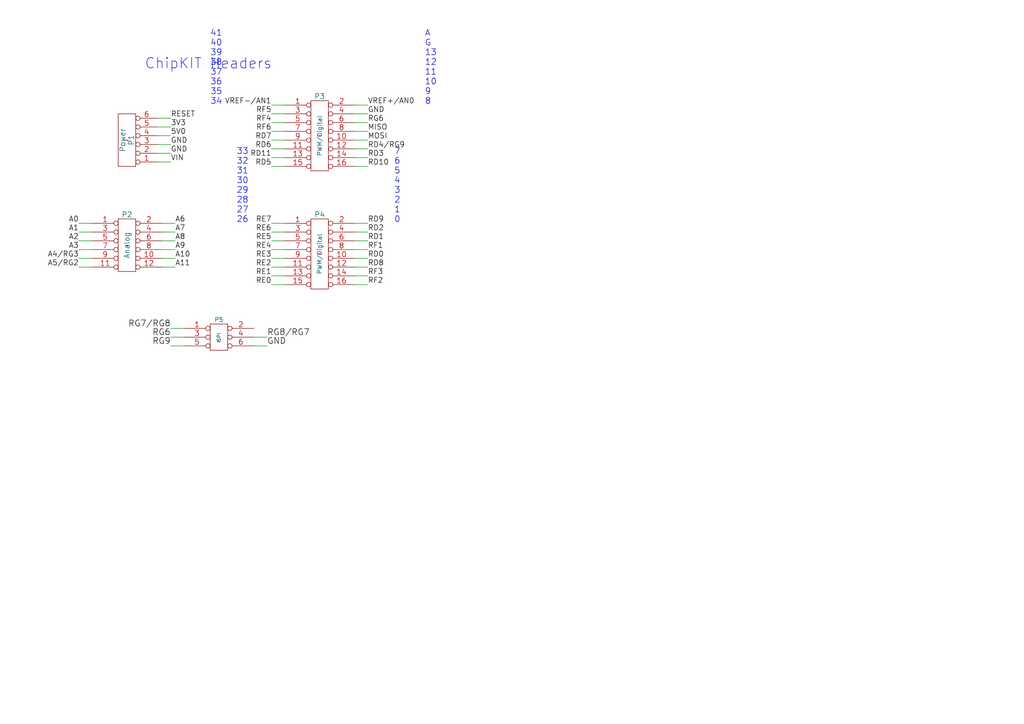
<source format=kicad_sch>
(kicad_sch (version 20230121) (generator eeschema)
  (paper "A4")
  (title_block (date "21 aug 2013"))
  (lib_symbols
    (symbol "Chipkit_Shield_uC-rescue:CONN_3X2" (pin_names (offset 1.016) hide)
      (property "Reference" "P" (at 0 6.35 0))
      (property "Value" "CONN_3X2" (at 0 1.27 90))
      (symbol "CONN_3X2_0_1"
        (rectangle (start -2.54 5.08) (end 2.54 -2.54))
      )
      (symbol "CONN_3X2_1_1"
        (pin passive inverted (at -10.16 3.81 0) (length 7.62) (name "1") (number "1"))
        (pin passive inverted (at 10.16 3.81 180) (length 7.62) (name "2") (number "2"))
        (pin passive inverted (at -10.16 1.27 0) (length 7.62) (name "3") (number "3"))
        (pin passive inverted (at 10.16 1.27 180) (length 7.62) (name "4") (number "4"))
        (pin passive inverted (at -10.16 -1.27 0) (length 7.62) (name "5") (number "5"))
        (pin passive inverted (at 10.16 -1.27 180) (length 7.62) (name "6") (number "6"))
      )
    )
    (symbol "Chipkit_Shield_uC-rescue:CONN_6" (pin_names (offset 0.762) hide)
      (property "Reference" "P" (at -1.27 0 90))
      (property "Value" "CONN_6" (at 1.27 0 90))
      (symbol "CONN_6_0_1"
        (rectangle (start -2.54 7.62) (end 2.54 -7.62))
      )
      (symbol "CONN_6_1_1"
        (pin passive inverted (at -8.89 6.35 0) (length 6.35) (name "1") (number "1"))
        (pin passive inverted (at -8.89 3.81 0) (length 6.35) (name "2") (number "2"))
        (pin passive inverted (at -8.89 1.27 0) (length 6.35) (name "3") (number "3"))
        (pin passive inverted (at -8.89 -1.27 0) (length 6.35) (name "4") (number "4"))
        (pin passive inverted (at -8.89 -3.81 0) (length 6.35) (name "5") (number "5"))
        (pin passive inverted (at -8.89 -6.35 0) (length 6.35) (name "6") (number "6"))
      )
    )
    (symbol "Chipkit_Shield_uC-rescue:CONN_6X2" (pin_names (offset 1.016) hide)
      (property "Reference" "P" (at 0 8.89 0))
      (property "Value" "CONN_6X2" (at 0 0 90))
      (symbol "CONN_6X2_0_1"
        (rectangle (start -2.54 7.62) (end 2.54 -7.62))
      )
      (symbol "CONN_6X2_1_1"
        (pin passive inverted (at -10.16 6.35 0) (length 7.62) (name "P1") (number "1"))
        (pin passive inverted (at 10.16 -3.81 180) (length 7.62) (name "10") (number "10"))
        (pin passive inverted (at -10.16 -6.35 0) (length 7.62) (name "11") (number "11"))
        (pin passive inverted (at 10.16 -6.35 180) (length 7.62) (name "12") (number "12"))
        (pin passive inverted (at 10.16 6.35 180) (length 7.62) (name "P2") (number "2"))
        (pin passive inverted (at -10.16 3.81 0) (length 7.62) (name "P3") (number "3"))
        (pin passive inverted (at 10.16 3.81 180) (length 7.62) (name "P4") (number "4"))
        (pin passive inverted (at -10.16 1.27 0) (length 7.62) (name "P5") (number "5"))
        (pin passive inverted (at 10.16 1.27 180) (length 7.62) (name "P6") (number "6"))
        (pin passive inverted (at -10.16 -1.27 0) (length 7.62) (name "P7") (number "7"))
        (pin passive inverted (at 10.16 -1.27 180) (length 7.62) (name "P8") (number "8"))
        (pin passive inverted (at -10.16 -3.81 0) (length 7.62) (name "9") (number "9"))
      )
    )
    (symbol "Chipkit_Shield_uC-rescue:CONN_8X2" (pin_names (offset 1.016))
      (property "Reference" "P" (at 0 11.43 0))
      (property "Value" "CONN_8X2" (at 0 0 90))
      (symbol "CONN_8X2_0_1"
        (rectangle (start -2.54 10.16) (end 2.54 -10.16))
      )
      (symbol "CONN_8X2_1_1"
        (pin passive inverted (at -10.16 8.89 0) (length 7.62) (name "~") (number "1"))
        (pin passive inverted (at 10.16 -1.27 180) (length 7.62) (name "~") (number "10"))
        (pin passive inverted (at -10.16 -3.81 0) (length 7.62) (name "~") (number "11"))
        (pin passive inverted (at 10.16 -3.81 180) (length 7.62) (name "~") (number "12"))
        (pin passive inverted (at -10.16 -6.35 0) (length 7.62) (name "~") (number "13"))
        (pin passive inverted (at 10.16 -6.35 180) (length 7.62) (name "~") (number "14"))
        (pin passive inverted (at -10.16 -8.89 0) (length 7.62) (name "~") (number "15"))
        (pin passive inverted (at 10.16 -8.89 180) (length 7.62) (name "~") (number "16"))
        (pin passive inverted (at 10.16 8.89 180) (length 7.62) (name "~") (number "2"))
        (pin passive inverted (at -10.16 6.35 0) (length 7.62) (name "~") (number "3"))
        (pin passive inverted (at 10.16 6.35 180) (length 7.62) (name "~") (number "4"))
        (pin passive inverted (at -10.16 3.81 0) (length 7.62) (name "~") (number "5"))
        (pin passive inverted (at 10.16 3.81 180) (length 7.62) (name "~") (number "6"))
        (pin passive inverted (at -10.16 1.27 0) (length 7.62) (name "~") (number "7"))
        (pin passive inverted (at 10.16 1.27 180) (length 7.62) (name "~") (number "8"))
        (pin passive inverted (at -10.16 -1.27 0) (length 7.62) (name "~") (number "9"))
      )
    )
  )
  (wire (pts (xy 77.47 97.79) (xy 73.66 97.79)))
  (wire (pts (xy 82.55 45.72) (xy 78.74 45.72)))
  (wire (pts (xy 78.74 74.93) (xy 82.55 74.93)))
  (wire (pts (xy 102.87 38.1) (xy 106.68 38.1)))
  (wire (pts (xy 78.74 80.01) (xy 82.55 80.01)))
  (wire (pts (xy 45.72 44.45) (xy 49.53 44.45)))
  (wire (pts (xy 82.55 82.55) (xy 78.74 82.55)))
  (wire (pts (xy 26.67 69.85) (xy 22.86 69.85)))
  (wire (pts (xy 78.74 48.26) (xy 82.55 48.26)))
  (wire (pts (xy 49.53 36.83) (xy 45.72 36.83)))
  (wire (pts (xy 78.74 38.1) (xy 82.55 38.1)))
  (wire (pts (xy 53.34 95.25) (xy 49.53 95.25)))
  (wire (pts (xy 106.68 30.48) (xy 102.87 30.48)))
  (wire (pts (xy 22.86 67.31) (xy 26.67 67.31)))
  (wire (pts (xy 106.68 69.85) (xy 102.87 69.85)))
  (wire (pts (xy 102.87 48.26) (xy 106.68 48.26)))
  (wire (pts (xy 82.55 30.48) (xy 78.74 30.48)))
  (wire (pts (xy 106.68 35.56) (xy 102.87 35.56)))
  (wire (pts (xy 102.87 43.18) (xy 106.68 43.18)))
  (wire (pts (xy 82.55 35.56) (xy 78.74 35.56)))
  (wire (pts (xy 102.87 72.39) (xy 106.68 72.39)))
  (wire (pts (xy 22.86 72.39) (xy 26.67 72.39)))
  (wire (pts (xy 102.87 82.55) (xy 106.68 82.55)))
  (wire (pts (xy 46.99 69.85) (xy 50.8 69.85)))
  (wire (pts (xy 46.99 64.77) (xy 50.8 64.77)))
  (wire (pts (xy 106.68 40.64) (xy 102.87 40.64)))
  (wire (pts (xy 49.53 41.91) (xy 45.72 41.91)))
  (wire (pts (xy 106.68 80.01) (xy 102.87 80.01)))
  (wire (pts (xy 102.87 77.47) (xy 106.68 77.47)))
  (wire (pts (xy 26.67 64.77) (xy 22.86 64.77)))
  (wire (pts (xy 50.8 67.31) (xy 46.99 67.31)))
  (wire (pts (xy 49.53 46.99) (xy 45.72 46.99)))
  (wire (pts (xy 73.66 100.33) (xy 77.47 100.33)))
  (wire (pts (xy 50.8 72.39) (xy 46.99 72.39)))
  (wire (pts (xy 82.55 77.47) (xy 78.74 77.47)))
  (wire (pts (xy 22.86 77.47) (xy 26.67 77.47)))
  (wire (pts (xy 49.53 97.79) (xy 53.34 97.79)))
  (wire (pts (xy 82.55 40.64) (xy 78.74 40.64)))
  (wire (pts (xy 78.74 33.02) (xy 82.55 33.02)))
  (wire (pts (xy 106.68 64.77) (xy 102.87 64.77)))
  (wire (pts (xy 78.74 69.85) (xy 82.55 69.85)))
  (wire (pts (xy 78.74 64.77) (xy 82.55 64.77)))
  (wire (pts (xy 45.72 39.37) (xy 49.53 39.37)))
  (wire (pts (xy 82.55 72.39) (xy 78.74 72.39)))
  (wire (pts (xy 45.72 34.29) (xy 49.53 34.29)))
  (wire (pts (xy 50.8 77.47) (xy 46.99 77.47)))
  (wire (pts (xy 82.55 67.31) (xy 78.74 67.31)))
  (wire (pts (xy 106.68 74.93) (xy 102.87 74.93)))
  (wire (pts (xy 102.87 67.31) (xy 106.68 67.31)))
  (wire (pts (xy 102.87 33.02) (xy 106.68 33.02)))
  (wire (pts (xy 53.34 100.33) (xy 49.53 100.33)))
  (wire (pts (xy 26.67 74.93) (xy 22.86 74.93)))
  (wire (pts (xy 46.99 74.93) (xy 50.8 74.93)))
  (wire (pts (xy 78.74 43.18) (xy 82.55 43.18)))
  (wire (pts (xy 106.68 45.72) (xy 102.87 45.72)))
  (text "7\n6\n5\n4\n3\n2\n1\n0" (at 114.3 64.77 0) (effects (font (size 1.7526 1.7526)) (justify left bottom)))
  (text "ChipKIT Headers" (at 41.91 20.32 0) (effects (font (size 2.9972 2.9972)) (justify left bottom)))
  (text "41\n40\n39\n38\n37\n36\n35\n34" (at 60.96 30.48 0) (effects (font (size 1.7526 1.7526)) (justify left bottom)))
  (text "33\n32\n31\n30\n29\n28\n27\n26" (at 68.58 64.77 0) (effects (font (size 1.7526 1.7526)) (justify left bottom)))
  (text "A\nG\n13\n12\n11\n10\n9\n8\n" (at 123.19 30.48 0) (effects (font (size 1.7526 1.7526)) (justify left bottom)))
  (label "RE1" (at 78.74 80.01 180) (effects (font (size 1.524 1.524))))
  (label "RG7/RG8" (at 49.53 95.25 180) (effects (font (size 1.7526 1.7526))))
  (label "RE3" (at 78.74 74.93 180) (effects (font (size 1.524 1.524))))
  (label "RD5" (at 78.74 48.26 180) (effects (font (size 1.524 1.524))))
  (label "MISO" (at 106.68 38.1 0) (effects (font (size 1.524 1.524))))
  (label "RD0" (at 106.68 74.93 0) (effects (font (size 1.524 1.524))))
  (label "RD4/RG9" (at 106.68 43.18 0) (effects (font (size 1.524 1.524))))
  (label "A9" (at 50.8 72.39 0) (effects (font (size 1.524 1.524))))
  (label "RD1" (at 106.68 69.85 0) (effects (font (size 1.524 1.524))))
  (label "A5/RG2" (at 22.86 77.47 180) (effects (font (size 1.524 1.524))))
  (label "RD3" (at 106.68 45.72 0) (effects (font (size 1.524 1.524))))
  (label "RE6" (at 78.74 67.31 180) (effects (font (size 1.524 1.524))))
  (label "VREF+/AN0" (at 106.68 30.48 0) (effects (font (size 1.524 1.524))))
  (label "RF2" (at 106.68 82.55 0) (effects (font (size 1.524 1.524))))
  (label "RF5" (at 78.74 33.02 180) (effects (font (size 1.524 1.524))))
  (label "A3" (at 22.86 72.39 180) (effects (font (size 1.524 1.524))))
  (label "RG8/RG7" (at 77.47 97.79 0) (effects (font (size 1.7526 1.7526))))
  (label "RESET" (at 49.53 34.29 0) (effects (font (size 1.524 1.524))))
  (label "5V0" (at 49.53 39.37 0) (effects (font (size 1.524 1.524))))
  (label "RG6" (at 106.68 35.56 0) (effects (font (size 1.524 1.524))))
  (label "RD10" (at 106.68 48.26 0) (effects (font (size 1.524 1.524))))
  (label "GND" (at 49.53 44.45 0) (effects (font (size 1.524 1.524))))
  (label "RF1" (at 106.68 72.39 0) (effects (font (size 1.524 1.524))))
  (label "A11" (at 50.8 77.47 0) (effects (font (size 1.524 1.524))))
  (label "RE5" (at 78.74 69.85 180) (effects (font (size 1.524 1.524))))
  (label "A0" (at 22.86 64.77 180) (effects (font (size 1.524 1.524))))
  (label "RE2" (at 78.74 77.47 180) (effects (font (size 1.524 1.524))))
  (label "3V3" (at 49.53 36.83 0) (effects (font (size 1.524 1.524))))
  (label "RD7" (at 78.74 40.64 180) (effects (font (size 1.524 1.524))))
  (label "RE4" (at 78.74 72.39 180) (effects (font (size 1.524 1.524))))
  (label "RF3" (at 106.68 80.01 0) (effects (font (size 1.524 1.524))))
  (label "GND" (at 49.53 41.91 0) (effects (font (size 1.524 1.524))))
  (label "RE0" (at 78.74 82.55 180) (effects (font (size 1.524 1.524))))
  (label "A10" (at 50.8 74.93 0) (effects (font (size 1.524 1.524))))
  (label "MOSI" (at 106.68 40.64 0) (effects (font (size 1.524 1.524))))
  (label "A4/RG3" (at 22.86 74.93 180) (effects (font (size 1.524 1.524))))
  (label "A8" (at 50.8 69.85 0) (effects (font (size 1.524 1.524))))
  (label "RE7" (at 78.74 64.77 180) (effects (font (size 1.524 1.524))))
  (label "A6" (at 50.8 64.77 0) (effects (font (size 1.524 1.524))))
  (label "VREF-/AN1" (at 78.74 30.48 180) (effects (font (size 1.524 1.524))))
  (label "RD6" (at 78.74 43.18 180) (effects (font (size 1.524 1.524))))
  (label "VIN" (at 49.53 46.99 0) (effects (font (size 1.524 1.524))))
  (label "RD11" (at 78.74 45.72 180) (effects (font (size 1.524 1.524))))
  (label "RF6" (at 78.74 38.1 180) (effects (font (size 1.524 1.524))))
  (label "RG6" (at 49.53 97.79 180) (effects (font (size 1.7526 1.7526))))
  (label "A1" (at 22.86 67.31 180) (effects (font (size 1.524 1.524))))
  (label "A2" (at 22.86 69.85 180) (effects (font (size 1.524 1.524))))
  (label "RF4" (at 78.74 35.56 180) (effects (font (size 1.524 1.524))))
  (label "GND" (at 77.47 100.33 0) (effects (font (size 1.7526 1.7526))))
  (label "RD2" (at 106.68 67.31 0) (effects (font (size 1.524 1.524))))
  (label "RD8" (at 106.68 77.47 0) (effects (font (size 1.524 1.524))))
  (label "A7" (at 50.8 67.31 0) (effects (font (size 1.524 1.524))))
  (label "RD9" (at 106.68 64.77 0) (effects (font (size 1.524 1.524))))
  (label "GND" (at 106.68 33.02 0) (effects (font (size 1.524 1.524))))
  (label "RG9" (at 49.53 100.33 180) (effects (font (size 1.7526 1.7526))))
  (symbol (lib_id "Chipkit_Shield_uC-rescue:CONN_6") (at 36.83 40.64 180) (unit 1)
    (property "Reference" "P1" (at 38.1 40.64 90) (effects (font (size 1.524 1.524))))
    (property "Value" "Power" (at 35.56 40.64 90) (effects (font (size 1.524 1.524))))
    (property "Footprint" "~" (at 36.83 40.64 0) (effects (font (size 1.524 1.524))))
    (property "Datasheet" "~" (at 36.83 40.64 0) (effects (font (size 1.524 1.524))))
  )
  (symbol (lib_id "Chipkit_Shield_uC-rescue:CONN_6X2") (at 36.83 71.12 0) (unit 1)
    (property "Reference" "P2" (at 36.83 62.23 0) (effects (font (size 1.524 1.524))))
    (property "Value" "Analog" (at 36.83 71.12 90) (effects (font (size 1.524 1.524))))
    (property "Footprint" "~" (at 36.83 71.12 0) (effects (font (size 1.524 1.524))))
    (property "Datasheet" "~" (at 36.83 71.12 0) (effects (font (size 1.524 1.524))))
  )
  (symbol (lib_id "Chipkit_Shield_uC-rescue:CONN_8X2") (at 92.71 39.37 0) (unit 1)
    (property "Reference" "P3" (at 92.71 27.94 0) (effects (font (size 1.524 1.524))))
    (property "Value" "PWM/Digital" (at 92.71 39.37 90))
    (property "Footprint" "~" (at 92.71 39.37 0) (effects (font (size 1.524 1.524))))
    (property "Datasheet" "~" (at 92.71 39.37 0) (effects (font (size 1.524 1.524))))
  )
  (symbol (lib_id "Chipkit_Shield_uC-rescue:CONN_8X2") (at 92.71 73.66 0) (unit 1)
    (property "Reference" "P4" (at 92.71 62.23 0) (effects (font (size 1.524 1.524))))
    (property "Value" "PWM/Digital" (at 92.71 73.66 90))
    (property "Footprint" "~" (at 92.71 73.66 0) (effects (font (size 1.524 1.524))))
    (property "Datasheet" "~" (at 92.71 73.66 0) (effects (font (size 1.524 1.524))))
  )
  (symbol (lib_id "Chipkit_Shield_uC-rescue:CONN_3X2") (at 63.5 99.06 0) (unit 1)
    (property "Reference" "P5" (at 63.5 92.71 0))
    (property "Value" "SPI" (at 63.5 97.79 90) (effects (font (size 1.016 1.016))))
    (property "Footprint" "~" (at 63.5 99.06 0) (effects (font (size 1.524 1.524))))
    (property "Datasheet" "~" (at 63.5 99.06 0) (effects (font (size 1.524 1.524))))
  )
)
</source>
